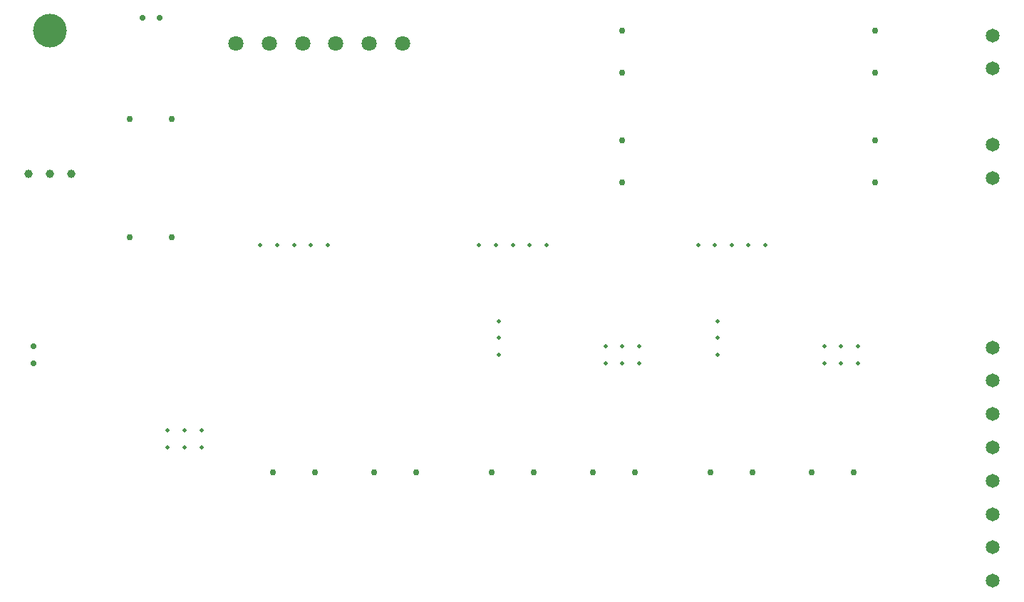
<source format=gbr>
%TF.GenerationSoftware,Altium Limited,Altium Designer,23.5.1 (21)*%
G04 Layer_Color=0*
%FSLAX45Y45*%
%MOMM*%
%TF.SameCoordinates,237DEE5C-C98C-4AD3-A281-37170FB057C8*%
%TF.FilePolarity,Positive*%
%TF.FileFunction,Plated,1,2,PTH,Drill*%
%TF.Part,Single*%
G01*
G75*
%TA.AperFunction,ComponentDrill*%
%ADD74C,0.75000*%
%ADD75C,0.75000*%
%ADD76C,1.80000*%
%ADD77C,1.65000*%
%ADD78C,0.70000*%
%ADD79C,0.70000*%
%ADD80C,1.00000*%
%ADD81C,4.00000*%
%TA.AperFunction,ViaDrill,NotFilled*%
%ADD82C,0.50000*%
D74*
X8150000Y2700000D02*
D03*
X8650000D02*
D03*
X3150000Y6900000D02*
D03*
X2650000D02*
D03*
X6950000Y2700000D02*
D03*
X7450000D02*
D03*
X11250000D02*
D03*
X10750000D02*
D03*
X9550000D02*
D03*
X10050000D02*
D03*
X6050000D02*
D03*
X5550000D02*
D03*
X4350000D02*
D03*
X4850000D02*
D03*
X3150000Y5500000D02*
D03*
X2650000D02*
D03*
D75*
X8500000Y7950000D02*
D03*
Y7450000D02*
D03*
Y6650000D02*
D03*
Y6150000D02*
D03*
X11500000D02*
D03*
Y6650000D02*
D03*
Y7450000D02*
D03*
Y7950000D02*
D03*
D76*
X5890000Y7800000D02*
D03*
X5494000D02*
D03*
X5098000D02*
D03*
X4702000D02*
D03*
X4306000D02*
D03*
X3910000D02*
D03*
D77*
X12900000Y1413999D02*
D03*
Y1809999D02*
D03*
Y2206000D02*
D03*
Y2602000D02*
D03*
Y2998000D02*
D03*
Y3394000D02*
D03*
Y3790001D02*
D03*
Y4186001D02*
D03*
Y7896000D02*
D03*
Y7500000D02*
D03*
Y6598000D02*
D03*
Y6202000D02*
D03*
D78*
X1500000Y4200000D02*
D03*
Y4000000D02*
D03*
D79*
X2800000Y8100000D02*
D03*
X3000000D02*
D03*
D80*
X1446000Y6250000D02*
D03*
X1700000D02*
D03*
X1954000D02*
D03*
D81*
X1700000Y7950000D02*
D03*
D82*
X7030000Y4100000D02*
D03*
Y4300000D02*
D03*
Y4500000D02*
D03*
X8500000Y4200000D02*
D03*
X8700000D02*
D03*
X8300000D02*
D03*
Y4000000D02*
D03*
X8500000D02*
D03*
X8700000D02*
D03*
X11300000D02*
D03*
X11100000D02*
D03*
X10900000D02*
D03*
Y4200000D02*
D03*
X11300000D02*
D03*
X11100000D02*
D03*
X9630000Y4500000D02*
D03*
Y4300000D02*
D03*
Y4100000D02*
D03*
X9800000Y5400000D02*
D03*
X10000000D02*
D03*
X10200000D02*
D03*
X9600000D02*
D03*
X9400000D02*
D03*
X7200000D02*
D03*
X7400000D02*
D03*
X7600000D02*
D03*
X7000000D02*
D03*
X6800000D02*
D03*
X4200000D02*
D03*
X4400000D02*
D03*
X5000000D02*
D03*
X4800000D02*
D03*
X4600000D02*
D03*
X3500000Y3000000D02*
D03*
X3300000D02*
D03*
X3100000D02*
D03*
Y3200000D02*
D03*
X3500000D02*
D03*
X3300000D02*
D03*
%TF.MD5,1f4e6a1b2b789e75b807b59809065348*%
M02*

</source>
